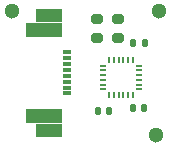
<source format=gbr>
%TF.GenerationSoftware,KiCad,Pcbnew,8.0.6*%
%TF.CreationDate,2024-11-26T02:45:54-05:00*%
%TF.ProjectId,final_imu_module,66696e61-6c5f-4696-9d75-5f6d6f64756c,rev?*%
%TF.SameCoordinates,Original*%
%TF.FileFunction,Soldermask,Top*%
%TF.FilePolarity,Negative*%
%FSLAX46Y46*%
G04 Gerber Fmt 4.6, Leading zero omitted, Abs format (unit mm)*
G04 Created by KiCad (PCBNEW 8.0.6) date 2024-11-26 02:45:54*
%MOMM*%
%LPD*%
G01*
G04 APERTURE LIST*
G04 Aperture macros list*
%AMRoundRect*
0 Rectangle with rounded corners*
0 $1 Rounding radius*
0 $2 $3 $4 $5 $6 $7 $8 $9 X,Y pos of 4 corners*
0 Add a 4 corners polygon primitive as box body*
4,1,4,$2,$3,$4,$5,$6,$7,$8,$9,$2,$3,0*
0 Add four circle primitives for the rounded corners*
1,1,$1+$1,$2,$3*
1,1,$1+$1,$4,$5*
1,1,$1+$1,$6,$7*
1,1,$1+$1,$8,$9*
0 Add four rect primitives between the rounded corners*
20,1,$1+$1,$2,$3,$4,$5,0*
20,1,$1+$1,$4,$5,$6,$7,0*
20,1,$1+$1,$6,$7,$8,$9,0*
20,1,$1+$1,$8,$9,$2,$3,0*%
G04 Aperture macros list end*
%ADD10C,0.000000*%
%ADD11C,1.300000*%
%ADD12R,0.800000X0.300000*%
%ADD13R,3.049999X1.300000*%
%ADD14RoundRect,0.140000X0.140000X0.170000X-0.140000X0.170000X-0.140000X-0.170000X0.140000X-0.170000X0*%
%ADD15RoundRect,0.200000X0.275000X-0.200000X0.275000X0.200000X-0.275000X0.200000X-0.275000X-0.200000X0*%
%ADD16RoundRect,0.050000X0.050000X-0.225000X0.050000X0.225000X-0.050000X0.225000X-0.050000X-0.225000X0*%
%ADD17RoundRect,0.050000X-0.225000X-0.050000X0.225000X-0.050000X0.225000X0.050000X-0.225000X0.050000X0*%
G04 APERTURE END LIST*
D10*
%TO.C,J1*%
G36*
X106500000Y-91200000D02*
G01*
X104300000Y-91200000D01*
X104300000Y-90100000D01*
X106500000Y-90100000D01*
X106500000Y-91200000D01*
G37*
G36*
X106500000Y-100900000D02*
G01*
X104300000Y-100900000D01*
X104300000Y-99800000D01*
X106500000Y-99800000D01*
X106500000Y-100900000D01*
G37*
%TD*%
D11*
%TO.C,REF\u002A\u002A*%
X114750000Y-90250000D03*
%TD*%
%TO.C,REF\u002A\u002A*%
X102250000Y-90250000D03*
%TD*%
D12*
%TO.C,J1*%
X106900000Y-93750004D03*
X106900000Y-94250003D03*
X106900000Y-94750004D03*
X106900000Y-95250003D03*
X106900000Y-95750005D03*
X106900000Y-96250004D03*
X106900000Y-96750003D03*
X106900000Y-97250004D03*
D13*
X104975000Y-91850003D03*
X104975000Y-99149997D03*
%TD*%
D11*
%TO.C,REF\u002A\u002A*%
X114500000Y-100750000D03*
%TD*%
D14*
%TO.C,C2*%
X109520000Y-98750000D03*
X110480000Y-98750000D03*
%TD*%
%TO.C,C5*%
X112540000Y-93000000D03*
X113500000Y-93000000D03*
%TD*%
%TO.C,C3*%
X112500000Y-98500000D03*
X113460000Y-98500000D03*
%TD*%
D15*
%TO.C,R2*%
X111250000Y-90925000D03*
X111250000Y-92575000D03*
%TD*%
%TO.C,R1*%
X109500000Y-90925000D03*
X109500000Y-92575000D03*
%TD*%
D16*
%TO.C,U1*%
X110500000Y-94400000D03*
X110900000Y-94400000D03*
X111300000Y-94400000D03*
X111700000Y-94400000D03*
X112100000Y-94400000D03*
X112500000Y-94400000D03*
D17*
X113000000Y-94900000D03*
X113000000Y-95300000D03*
X113000000Y-95700000D03*
X113000000Y-96100000D03*
X113000000Y-96500000D03*
X113000000Y-96900000D03*
D16*
X112500000Y-97400000D03*
X112100000Y-97400000D03*
X111700000Y-97400000D03*
X111300000Y-97400000D03*
X110900000Y-97400000D03*
X110500000Y-97400000D03*
D17*
X110000000Y-96900000D03*
X110000000Y-96500000D03*
X110000000Y-96100000D03*
X110000000Y-95700000D03*
X110000000Y-95300000D03*
X110000000Y-94900000D03*
%TD*%
M02*

</source>
